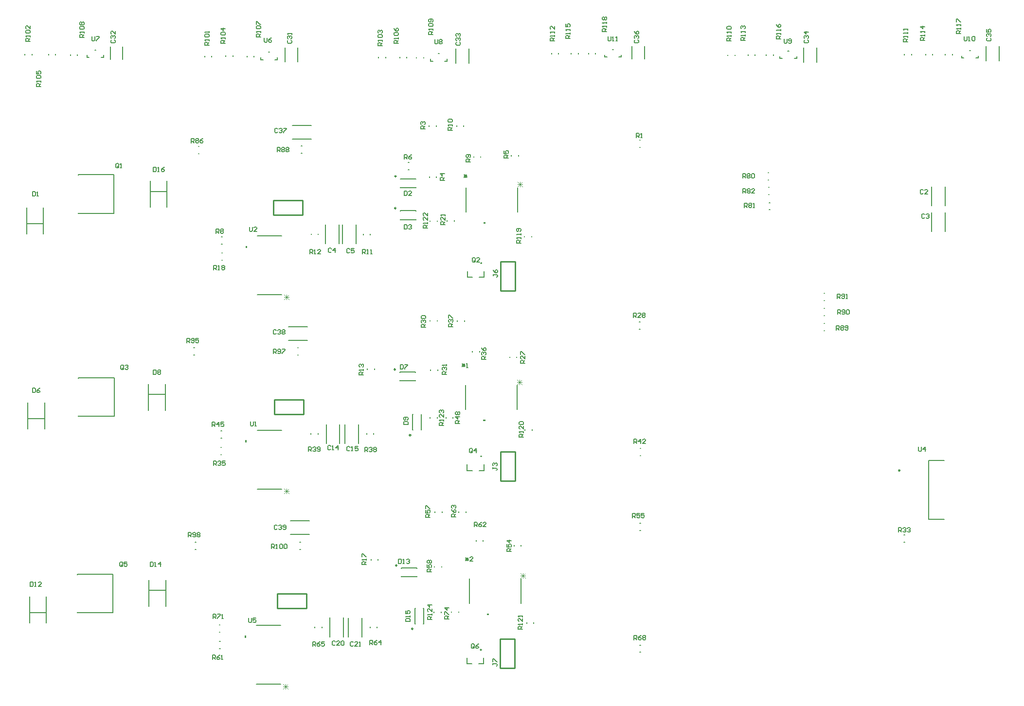
<source format=gto>
G04*
G04 #@! TF.GenerationSoftware,Altium Limited,Altium Designer,21.6.4 (81)*
G04*
G04 Layer_Color=65535*
%FSLAX43Y43*%
%MOMM*%
G71*
G04*
G04 #@! TF.SameCoordinates,346ECB39-7FB1-4B03-902B-A5351CF8790B*
G04*
G04*
G04 #@! TF.FilePolarity,Positive*
G04*
G01*
G75*
%ADD10C,0.200*%
%ADD11C,0.250*%
%ADD12C,0.254*%
%ADD13C,0.152*%
%ADD14C,0.076*%
%ADD15C,0.127*%
G36*
X107906Y68085D02*
X107652D01*
Y68466D01*
X107906D01*
Y68085D01*
D02*
G37*
G36*
X108052Y102095D02*
X107798D01*
Y102476D01*
X108052D01*
Y102095D01*
D02*
G37*
G36*
X150178Y72323D02*
Y72069D01*
X149796D01*
Y72323D01*
X150178D01*
D02*
G37*
G36*
X108102Y135928D02*
X107848D01*
Y136309D01*
X108102D01*
Y135928D01*
D02*
G37*
G36*
X149542Y106053D02*
Y105799D01*
X149161D01*
Y106053D01*
X149542D01*
D02*
G37*
G36*
X149619Y140445D02*
Y140191D01*
X149238D01*
Y140445D01*
X149619D01*
D02*
G37*
D10*
X148878Y65986D02*
G03*
X148678Y65986I-100J0D01*
G01*
D02*
G03*
X148878Y65986I100J0D01*
G01*
X148903Y99666D02*
G03*
X148703Y99666I-100J0D01*
G01*
D02*
G03*
X148903Y99666I100J0D01*
G01*
X148954Y133296D02*
G03*
X148754Y133296I-100J0D01*
G01*
D02*
G03*
X148954Y133296I100J0D01*
G01*
X171670Y170490D02*
X171870D01*
X172820Y169190D02*
X173219D01*
X170320Y169191D02*
X170720D01*
X173220Y169191D02*
Y169591D01*
X170319Y169191D02*
Y169591D01*
X233783Y170322D02*
X233983D01*
X234933Y169022D02*
X235333D01*
X232433Y169022D02*
X232833D01*
X235333Y169023D02*
Y169423D01*
X232432Y169023D02*
Y169423D01*
X202183Y170236D02*
X202383D01*
X203333Y168936D02*
X203733D01*
X200833Y168937D02*
X201233D01*
X203733Y168937D02*
Y169337D01*
X200832Y168937D02*
Y169337D01*
X141353Y169789D02*
X141553D01*
X142502Y168488D02*
X142902D01*
X140002Y168489D02*
X140402D01*
X142902Y168489D02*
Y168889D01*
X140002Y168489D02*
Y168889D01*
X81561Y170449D02*
X81761D01*
X82711Y169149D02*
X83110D01*
X80211Y169149D02*
X80611D01*
X83111Y169150D02*
Y169550D01*
X80210Y169150D02*
Y169550D01*
X111802Y170059D02*
X112002D01*
X112952Y168758D02*
X113352D01*
X110452Y168759D02*
X110852D01*
X113352Y168759D02*
Y169159D01*
X110451Y168759D02*
Y169159D01*
X140599Y72495D02*
Y72640D01*
X141849Y72495D02*
Y72640D01*
X139913Y106328D02*
Y106473D01*
X141163Y106328D02*
Y106473D01*
X139939Y140593D02*
Y140738D01*
X141189Y140593D02*
Y140738D01*
X156753Y70625D02*
Y70770D01*
X158003Y70625D02*
Y70770D01*
X156474Y104220D02*
Y104365D01*
X157724Y104220D02*
Y104365D01*
X156347Y137875D02*
Y138020D01*
X157597Y137875D02*
Y138020D01*
X167498Y169726D02*
Y169872D01*
X168748Y169726D02*
Y169872D01*
X229601Y169599D02*
Y169745D01*
X230851Y169599D02*
Y169745D01*
X198468Y169498D02*
Y169643D01*
X199718Y169498D02*
Y169643D01*
X164500Y169726D02*
Y169872D01*
X165750Y169726D02*
Y169872D01*
X226172Y169574D02*
Y169719D01*
X227422Y169574D02*
Y169719D01*
X195268Y169472D02*
Y169618D01*
X196518Y169472D02*
Y169618D01*
X162321Y169726D02*
Y169872D01*
X161071Y169726D02*
Y169872D01*
X223739Y169560D02*
Y169705D01*
X222489Y169560D02*
Y169705D01*
X193030Y169447D02*
Y169592D01*
X191780Y169447D02*
Y169592D01*
X137576Y169041D02*
Y169186D01*
X138826Y169041D02*
Y169186D01*
X77328Y169523D02*
Y169668D01*
X78578Y169523D02*
Y169668D01*
X108062Y169269D02*
Y169414D01*
X109312Y169269D02*
Y169414D01*
X134655Y169091D02*
Y169237D01*
X135905Y169091D02*
Y169237D01*
X73518Y169574D02*
Y169719D01*
X74768Y169574D02*
Y169719D01*
X104353Y169345D02*
Y169491D01*
X105603Y169345D02*
Y169491D01*
X132222Y169066D02*
Y169211D01*
X130972Y169066D02*
Y169211D01*
X70678Y169574D02*
Y169719D01*
X69428Y169574D02*
Y169719D01*
X101946Y169218D02*
Y169364D01*
X100696Y169218D02*
Y169364D01*
X117250Y83474D02*
X117395D01*
X117250Y84724D02*
X117395D01*
X99064D02*
X99209D01*
X99064Y83474D02*
X99209D01*
X116869Y117358D02*
X117014D01*
X116869Y118608D02*
X117014D01*
X98819Y118557D02*
X98964D01*
X98819Y117307D02*
X98964D01*
X208487Y126832D02*
X208632D01*
X208487Y128082D02*
X208632D01*
X208487Y124165D02*
X208632D01*
X208487Y125415D02*
X208632D01*
X208487Y121549D02*
X208632D01*
X208487Y122799D02*
X208632D01*
X117479Y152461D02*
X117624D01*
X117479Y153711D02*
X117624D01*
X99606Y153635D02*
X99752D01*
X99606Y152385D02*
X99752D01*
X198835Y146497D02*
X198980D01*
X198835Y145247D02*
X198980D01*
X198936Y143856D02*
X199082D01*
X198936Y142606D02*
X199082D01*
X198733Y149088D02*
X198878D01*
X198733Y147838D02*
X198878D01*
X144922Y72521D02*
Y72666D01*
X143672Y72521D02*
Y72666D01*
X103245Y69047D02*
X103390D01*
X103245Y70297D02*
X103390D01*
X176432Y66817D02*
X176577D01*
X176432Y65567D02*
X176577D01*
X121148Y69838D02*
Y69983D01*
X119898Y69838D02*
Y69983D01*
X130724Y69854D02*
Y69999D01*
X129474Y69854D02*
Y69999D01*
X146192Y89920D02*
Y90065D01*
X144942Y89920D02*
Y90065D01*
X149190Y84916D02*
Y85061D01*
X147940Y84916D02*
Y85061D01*
X103271Y66228D02*
X103416D01*
X103271Y67478D02*
X103416D01*
X141951Y80395D02*
Y80540D01*
X140701Y80395D02*
Y80540D01*
X142027Y89920D02*
Y90065D01*
X140777Y89920D02*
Y90065D01*
X176441Y88001D02*
X176587D01*
X176441Y86751D02*
X176587D01*
X155794Y84052D02*
Y84197D01*
X154544Y84052D02*
Y84197D01*
X143932Y106328D02*
Y106473D01*
X142682Y106328D02*
Y106473D01*
X103525Y102880D02*
X103670D01*
X103525Y104130D02*
X103670D01*
X176467Y101057D02*
X176612D01*
X176467Y99807D02*
X176612D01*
X120462Y103559D02*
Y103705D01*
X119212Y103559D02*
Y103705D01*
X130140Y103534D02*
Y103679D01*
X128890Y103534D02*
Y103679D01*
X145913Y123210D02*
Y123355D01*
X144663Y123210D02*
Y123355D01*
X148555Y117825D02*
Y117970D01*
X147305Y117825D02*
Y117970D01*
X103483Y99959D02*
X103628D01*
X103483Y101209D02*
X103628D01*
X222406Y85994D02*
X222551D01*
X222406Y84744D02*
X222551D01*
X141265Y114634D02*
Y114779D01*
X140015Y114634D02*
Y114779D01*
X141163Y123219D02*
Y123364D01*
X139913Y123219D02*
Y123364D01*
X176330Y123053D02*
X176476D01*
X176330Y121803D02*
X176476D01*
X155032Y116869D02*
Y117014D01*
X153782Y116869D02*
Y117014D01*
X144160Y140618D02*
Y140763D01*
X142910Y140618D02*
Y140763D01*
X103636Y136662D02*
X103781D01*
X103636Y137912D02*
X103781D01*
X130902Y81588D02*
Y81734D01*
X129652Y81588D02*
Y81734D01*
X130241Y114786D02*
Y114931D01*
X128991Y114786D02*
Y114931D01*
X120488Y138297D02*
Y138442D01*
X119238Y138297D02*
Y138442D01*
X129555Y138256D02*
Y138401D01*
X128305Y138256D02*
Y138401D01*
X145811Y157128D02*
Y157273D01*
X144561Y157128D02*
Y157273D01*
X148758Y151769D02*
Y151914D01*
X147508Y151769D02*
Y151914D01*
X103661Y133843D02*
X103806D01*
X103661Y135093D02*
X103806D01*
X136148Y149565D02*
X136293D01*
X136148Y150815D02*
X136293D01*
X155311Y151972D02*
Y152117D01*
X154061Y151972D02*
Y152117D01*
X141062Y148238D02*
Y148383D01*
X139812Y148238D02*
Y148383D01*
X141011Y157128D02*
Y157273D01*
X139761Y157128D02*
Y157273D01*
X176381Y154752D02*
X176526D01*
X176381Y153502D02*
X176526D01*
X148428Y63536D02*
X149278D01*
Y64586D01*
X146378Y63536D02*
X147228D01*
X146378D02*
Y64586D01*
X148453Y97216D02*
X149303D01*
Y98266D01*
X146403Y97216D02*
X147253D01*
X146403D02*
Y98266D01*
X148504Y130846D02*
X149354D01*
Y131896D01*
X146454Y130846D02*
X147304D01*
X146454D02*
Y131896D01*
X137274Y73232D02*
X137352D01*
X137274Y70532D02*
Y73232D01*
Y70532D02*
X137352D01*
X138747Y73232D02*
X138824D01*
Y70532D02*
Y73232D01*
X138747Y70532D02*
X138824D01*
X137647Y80174D02*
Y80252D01*
X134947D02*
X137647D01*
X134947Y80174D02*
Y80252D01*
X137647Y78702D02*
Y78779D01*
X134947Y78702D02*
X137647D01*
X134947D02*
Y78779D01*
X136893Y106963D02*
X136971D01*
X136893Y104263D02*
Y106963D01*
Y104263D02*
X136971D01*
X138365Y106963D02*
X138443D01*
Y104263D02*
Y106963D01*
X138365Y104263D02*
X138443D01*
X137367Y114286D02*
Y114364D01*
X134667D02*
X137367D01*
X134667Y114286D02*
Y114364D01*
X137367Y112814D02*
Y112891D01*
X134667Y112814D02*
X137367D01*
X134667D02*
Y112891D01*
X137469Y142379D02*
Y142456D01*
X134769D02*
X137469D01*
X134769Y142379D02*
Y142456D01*
X137469Y140906D02*
Y140984D01*
X134769Y140906D02*
X137469D01*
X134769D02*
Y140984D01*
X137494Y147941D02*
Y148019D01*
X134794D02*
X137494D01*
X134794Y147941D02*
Y148019D01*
X137494Y146469D02*
Y146546D01*
X134794Y146469D02*
X137494D01*
X134794D02*
Y146546D01*
X115607Y86122D02*
X118913D01*
X115607Y88478D02*
X118913D01*
X115302Y119853D02*
X118608D01*
X115302Y122209D02*
X118608D01*
X115935Y154930D02*
X119241D01*
X115935Y157286D02*
X119241D01*
X177249Y168851D02*
Y171051D01*
X175099Y168851D02*
Y171051D01*
X236721Y168571D02*
Y171077D01*
X238971Y168571D02*
Y171077D01*
X204979Y168317D02*
Y170824D01*
X207229Y168317D02*
Y170824D01*
X144442Y168125D02*
Y170631D01*
X146692Y168125D02*
Y170631D01*
X86444Y168801D02*
Y171001D01*
X84294Y168801D02*
Y171001D01*
X114674Y168368D02*
Y170874D01*
X116924Y168368D02*
Y170874D01*
X125746Y68222D02*
Y71529D01*
X128102Y68222D02*
Y71529D01*
X124851Y68261D02*
Y71568D01*
X122494Y68261D02*
Y71568D01*
X125136Y101903D02*
Y105209D01*
X127492Y101903D02*
Y105209D01*
X124216Y101928D02*
Y105234D01*
X121859Y101928D02*
Y105234D01*
X124730Y136701D02*
Y140007D01*
X127086Y136701D02*
Y140007D01*
X124063Y136701D02*
Y140007D01*
X121707Y136701D02*
Y140007D01*
X227244Y138834D02*
Y142141D01*
X229600Y138834D02*
Y142141D01*
Y143344D02*
Y146650D01*
X227244Y143344D02*
Y146650D01*
X226734Y88684D02*
X229430D01*
X226734D02*
Y98920D01*
X229430D01*
X93916Y73534D02*
Y78104D01*
X90996Y73534D02*
Y78104D01*
X91076Y76319D02*
X93836D01*
X93865Y107672D02*
Y112242D01*
X90945Y107672D02*
Y112242D01*
X91025Y110457D02*
X93785D01*
X94145Y143028D02*
Y147598D01*
X91225Y143028D02*
Y147598D01*
X91305Y145813D02*
X94065D01*
X78738Y106642D02*
X84958D01*
Y113372D01*
X78738D02*
X84958D01*
X78738Y113282D02*
Y113372D01*
Y106642D02*
Y106732D01*
X78509Y72454D02*
X84729D01*
Y79184D01*
X78509D02*
X84729D01*
X78509Y79094D02*
Y79184D01*
Y72454D02*
Y72544D01*
X70219Y70638D02*
Y75208D01*
X73139Y70638D02*
Y75208D01*
X70299Y72423D02*
X73059D01*
X69914Y104446D02*
Y109016D01*
X72834Y104446D02*
Y109016D01*
X69994Y106231D02*
X72754D01*
X69816Y140191D02*
X72576D01*
X72656Y138406D02*
Y142976D01*
X69736Y138406D02*
Y142976D01*
X78717Y141974D02*
X84937D01*
Y148704D01*
X78717D02*
X84937D01*
X78717Y148614D02*
Y148704D01*
Y141974D02*
Y142064D01*
D11*
X136968Y69646D02*
G03*
X136968Y69646I-125J0D01*
G01*
X134186Y80683D02*
G03*
X134186Y80683I-125J0D01*
G01*
X136587Y103377D02*
G03*
X136587Y103377I-125J0D01*
G01*
X133906Y114795D02*
G03*
X133906Y114795I-125J0D01*
G01*
X134007Y142887D02*
G03*
X134007Y142887I-125J0D01*
G01*
X134033Y148450D02*
G03*
X134033Y148450I-125J0D01*
G01*
X221700Y97206D02*
G03*
X221700Y97206I-125J0D01*
G01*
D12*
X113360Y73177D02*
Y75717D01*
X118440D01*
Y73177D02*
Y75717D01*
X113360Y73177D02*
X118440D01*
X112841Y106985D02*
Y109525D01*
X117921D01*
Y106985D02*
Y109525D01*
X112841Y106985D02*
X117921D01*
X112649Y141732D02*
Y144272D01*
X117729D01*
Y141732D02*
Y144272D01*
X112649Y141732D02*
X117729D01*
X152121Y67894D02*
X154661D01*
X152121Y64338D02*
Y66370D01*
Y62814D02*
X154661D01*
Y67894D01*
X152121Y66370D02*
Y67894D01*
Y62814D02*
Y64338D01*
X152197Y133564D02*
X154737D01*
X152197Y130008D02*
Y132040D01*
Y128484D02*
X154737D01*
Y133564D01*
X152197Y132040D02*
Y133564D01*
Y128484D02*
Y130008D01*
Y100468D02*
X154737D01*
X152197Y96912D02*
Y98944D01*
Y95388D02*
X154737D01*
Y100468D01*
X152197Y98944D02*
Y100468D01*
Y95388D02*
Y96912D01*
D13*
X155753Y74105D02*
Y78347D01*
X146761Y74105D02*
Y78347D01*
X155118Y107835D02*
Y112077D01*
X146126Y107835D02*
Y112077D01*
X155194Y142227D02*
Y146469D01*
X146202Y142227D02*
Y146469D01*
X109842Y93980D02*
X114084D01*
X109842Y104242D02*
X114084D01*
X109696Y59969D02*
X113938D01*
X109696Y70231D02*
X113938D01*
X109893Y127813D02*
X114135D01*
X109893Y138074D02*
X114135D01*
D14*
X156556Y79312D02*
X155710Y78465D01*
Y79312D02*
X156556Y78465D01*
X156133Y79312D02*
Y78465D01*
X155710Y78888D02*
X156556D01*
X155921Y113041D02*
X155075Y112195D01*
Y113041D02*
X155921Y112195D01*
X155498Y113041D02*
Y112195D01*
X155075Y112618D02*
X155921D01*
X155997Y147434D02*
X155151Y146587D01*
Y147434D02*
X155997Y146587D01*
X155574Y147434D02*
Y146587D01*
X155151Y147010D02*
X155997D01*
X115360Y93176D02*
X114514Y94022D01*
X115360D02*
X114514Y93176D01*
X115360Y93599D02*
X114514D01*
X114937Y94022D02*
Y93176D01*
X115214Y59165D02*
X114368Y60012D01*
X115214D02*
X114368Y59165D01*
X115214Y59589D02*
X114368D01*
X114791Y60012D02*
Y59165D01*
X115411Y127009D02*
X114565Y127855D01*
X115411D02*
X114565Y127009D01*
X115411Y127432D02*
X114565D01*
X114988Y127855D02*
Y127009D01*
D15*
X81052Y172745D02*
Y172110D01*
X81179Y171984D01*
X81432D01*
X81559Y172110D01*
Y172745D01*
X81813D02*
X82321D01*
Y172618D01*
X81813Y172110D01*
Y171984D01*
X150876Y63678D02*
Y63424D01*
Y63551D01*
X151511D01*
X151638Y63424D01*
Y63297D01*
X151511Y63170D01*
X150876Y63932D02*
Y64440D01*
X151003D01*
X151511Y63932D01*
X151638D01*
X128854Y80810D02*
X128092D01*
Y81191D01*
X128219Y81318D01*
X128473D01*
X128600Y81191D01*
Y80810D01*
Y81064D02*
X128854Y81318D01*
Y81572D02*
Y81826D01*
Y81699D01*
X128092D01*
X128219Y81572D01*
X128092Y82207D02*
Y82715D01*
X128219D01*
X128727Y82207D01*
X128854D01*
X135458Y151435D02*
Y152197D01*
X135839D01*
X135966Y152070D01*
Y151816D01*
X135839Y151689D01*
X135458D01*
X135712D02*
X135966Y151435D01*
X136728Y152197D02*
X136474Y152070D01*
X136220Y151816D01*
Y151562D01*
X136347Y151435D01*
X136601D01*
X136728Y151562D01*
Y151689D01*
X136601Y151816D01*
X136220D01*
X140259Y71235D02*
X139497D01*
Y71616D01*
X139624Y71743D01*
X139878D01*
X140005Y71616D01*
Y71235D01*
Y71489D02*
X140259Y71743D01*
Y71996D02*
Y72250D01*
Y72123D01*
X139497D01*
X139624Y71996D01*
X140259Y73139D02*
Y72631D01*
X139751Y73139D01*
X139624D01*
X139497Y73012D01*
Y72758D01*
X139624Y72631D01*
X140259Y73774D02*
X139497D01*
X139878Y73393D01*
Y73901D01*
X142316Y105068D02*
X141554D01*
Y105448D01*
X141681Y105575D01*
X141935D01*
X142062Y105448D01*
Y105068D01*
Y105321D02*
X142316Y105575D01*
Y105829D02*
Y106083D01*
Y105956D01*
X141554D01*
X141681Y105829D01*
X142316Y106972D02*
Y106464D01*
X141808Y106972D01*
X141681D01*
X141554Y106845D01*
Y106591D01*
X141681Y106464D01*
Y107226D02*
X141554Y107353D01*
Y107607D01*
X141681Y107734D01*
X141808D01*
X141935Y107607D01*
Y107480D01*
Y107607D01*
X142062Y107734D01*
X142189D01*
X142316Y107607D01*
Y107353D01*
X142189Y107226D01*
X139471Y139408D02*
X138710D01*
Y139789D01*
X138836Y139916D01*
X139090D01*
X139217Y139789D01*
Y139408D01*
Y139662D02*
X139471Y139916D01*
Y140170D02*
Y140424D01*
Y140297D01*
X138710D01*
X138836Y140170D01*
X139471Y141313D02*
Y140805D01*
X138963Y141313D01*
X138836D01*
X138710Y141186D01*
Y140932D01*
X138836Y140805D01*
X139471Y142074D02*
Y141567D01*
X138963Y142074D01*
X138836D01*
X138710Y141948D01*
Y141694D01*
X138836Y141567D01*
X156032Y69558D02*
X155270D01*
Y69939D01*
X155397Y70066D01*
X155651D01*
X155778Y69939D01*
Y69558D01*
Y69812D02*
X156032Y70066D01*
Y70320D02*
Y70574D01*
Y70447D01*
X155270D01*
X155397Y70320D01*
X156032Y71463D02*
Y70955D01*
X155524Y71463D01*
X155397D01*
X155270Y71336D01*
Y71082D01*
X155397Y70955D01*
X156032Y71717D02*
Y71971D01*
Y71844D01*
X155270D01*
X155397Y71717D01*
X156210Y103036D02*
X155448D01*
Y103416D01*
X155575Y103543D01*
X155829D01*
X155956Y103416D01*
Y103036D01*
Y103289D02*
X156210Y103543D01*
Y103797D02*
Y104051D01*
Y103924D01*
X155448D01*
X155575Y103797D01*
X156210Y104940D02*
Y104432D01*
X155702Y104940D01*
X155575D01*
X155448Y104813D01*
Y104559D01*
X155575Y104432D01*
Y105194D02*
X155448Y105321D01*
Y105575D01*
X155575Y105702D01*
X156083D01*
X156210Y105575D01*
Y105321D01*
X156083Y105194D01*
X155575D01*
X155727Y136830D02*
X154966D01*
Y137211D01*
X155092Y137338D01*
X155346D01*
X155473Y137211D01*
Y136830D01*
Y137084D02*
X155727Y137338D01*
Y137592D02*
Y137846D01*
Y137719D01*
X154966D01*
X155092Y137592D01*
X155727Y138227D02*
Y138481D01*
Y138354D01*
X154966D01*
X155092Y138227D01*
X155600Y138862D02*
X155727Y138989D01*
Y139242D01*
X155600Y139369D01*
X155092D01*
X154966Y139242D01*
Y138989D01*
X155092Y138862D01*
X155219D01*
X155346Y138989D01*
Y139369D01*
X146126Y82042D02*
X146634Y81534D01*
X146126D02*
X146634Y82042D01*
X146126Y81788D02*
X146634D01*
X146380Y81534D02*
Y82042D01*
X147396Y81407D02*
X146888D01*
X147396Y81915D01*
Y82042D01*
X147269Y82169D01*
X147015D01*
X146888Y82042D01*
X145491Y115773D02*
X145999Y115265D01*
X145491D02*
X145999Y115773D01*
X145491Y115519D02*
X145999D01*
X145745Y115265D02*
Y115773D01*
X146253Y115138D02*
X146507D01*
X146380D01*
Y115900D01*
X146253Y115773D01*
X113335Y87579D02*
X113208Y87706D01*
X112954D01*
X112827Y87579D01*
Y87071D01*
X112954Y86944D01*
X113208D01*
X113335Y87071D01*
X113589Y87579D02*
X113716Y87706D01*
X113970D01*
X114097Y87579D01*
Y87452D01*
X113970Y87325D01*
X113843D01*
X113970D01*
X114097Y87198D01*
Y87071D01*
X113970Y86944D01*
X113716D01*
X113589Y87071D01*
X114351D02*
X114478Y86944D01*
X114732D01*
X114858Y87071D01*
Y87579D01*
X114732Y87706D01*
X114478D01*
X114351Y87579D01*
Y87452D01*
X114478Y87325D01*
X114858D01*
X113157Y121564D02*
X113030Y121691D01*
X112776D01*
X112649Y121564D01*
Y121056D01*
X112776Y120930D01*
X113030D01*
X113157Y121056D01*
X113411Y121564D02*
X113538Y121691D01*
X113792D01*
X113919Y121564D01*
Y121437D01*
X113792Y121310D01*
X113665D01*
X113792D01*
X113919Y121183D01*
Y121056D01*
X113792Y120930D01*
X113538D01*
X113411Y121056D01*
X114173Y121564D02*
X114300Y121691D01*
X114554D01*
X114681Y121564D01*
Y121437D01*
X114554Y121310D01*
X114681Y121183D01*
Y121056D01*
X114554Y120930D01*
X114300D01*
X114173Y121056D01*
Y121183D01*
X114300Y121310D01*
X114173Y121437D01*
Y121564D01*
X114300Y121310D02*
X114554D01*
X113411Y156667D02*
X113284Y156794D01*
X113030D01*
X112903Y156667D01*
Y156159D01*
X113030Y156032D01*
X113284D01*
X113411Y156159D01*
X113665Y156667D02*
X113792Y156794D01*
X114046D01*
X114173Y156667D01*
Y156540D01*
X114046Y156413D01*
X113919D01*
X114046D01*
X114173Y156286D01*
Y156159D01*
X114046Y156032D01*
X113792D01*
X113665Y156159D01*
X114427Y156794D02*
X114935D01*
Y156667D01*
X114427Y156159D01*
Y156032D01*
X135687Y70930D02*
X136449D01*
Y71311D01*
X136322Y71438D01*
X135814D01*
X135687Y71311D01*
Y70930D01*
X136449Y71692D02*
Y71945D01*
Y71819D01*
X135687D01*
X135814Y71692D01*
X135687Y72834D02*
Y72326D01*
X136068D01*
X135941Y72580D01*
Y72707D01*
X136068Y72834D01*
X136322D01*
X136449Y72707D01*
Y72453D01*
X136322Y72326D01*
X135357Y105258D02*
X136118D01*
Y105639D01*
X135992Y105766D01*
X135484D01*
X135357Y105639D01*
Y105258D01*
X135992Y106020D02*
X136118Y106147D01*
Y106400D01*
X135992Y106527D01*
X135484D01*
X135357Y106400D01*
Y106147D01*
X135484Y106020D01*
X135611D01*
X135738Y106147D01*
Y106527D01*
X134747Y115671D02*
Y114910D01*
X135128D01*
X135255Y115037D01*
Y115545D01*
X135128Y115671D01*
X134747D01*
X135509D02*
X136017D01*
Y115545D01*
X135509Y115037D01*
Y114910D01*
X134455Y81788D02*
Y81026D01*
X134836D01*
X134963Y81153D01*
Y81661D01*
X134836Y81788D01*
X134455D01*
X135217Y81026D02*
X135471D01*
X135344D01*
Y81788D01*
X135217Y81661D01*
X135852D02*
X135979Y81788D01*
X136233D01*
X136360Y81661D01*
Y81534D01*
X136233Y81407D01*
X136106D01*
X136233D01*
X136360Y81280D01*
Y81153D01*
X136233Y81026D01*
X135979D01*
X135852Y81153D01*
X143256Y71374D02*
X142494D01*
Y71755D01*
X142621Y71882D01*
X142875D01*
X143002Y71755D01*
Y71374D01*
Y71628D02*
X143256Y71882D01*
X142494Y72136D02*
Y72644D01*
X142621D01*
X143129Y72136D01*
X143256D01*
Y73279D02*
X142494D01*
X142875Y72898D01*
Y73406D01*
X175438Y67717D02*
Y68478D01*
X175819D01*
X175946Y68351D01*
Y68097D01*
X175819Y67970D01*
X175438D01*
X175692D02*
X175946Y67717D01*
X176708Y68478D02*
X176454Y68351D01*
X176200Y68097D01*
Y67843D01*
X176327Y67717D01*
X176581D01*
X176708Y67843D01*
Y67970D01*
X176581Y68097D01*
X176200D01*
X176962Y68351D02*
X177089Y68478D01*
X177343D01*
X177469Y68351D01*
Y68224D01*
X177343Y68097D01*
X177469Y67970D01*
Y67843D01*
X177343Y67717D01*
X177089D01*
X176962Y67843D01*
Y67970D01*
X177089Y68097D01*
X176962Y68224D01*
Y68351D01*
X177089Y68097D02*
X177343D01*
X144450Y89129D02*
X143688D01*
Y89510D01*
X143815Y89637D01*
X144069D01*
X144196Y89510D01*
Y89129D01*
Y89383D02*
X144450Y89637D01*
X143688Y90399D02*
X143815Y90145D01*
X144069Y89891D01*
X144323D01*
X144450Y90018D01*
Y90272D01*
X144323Y90399D01*
X144196D01*
X144069Y90272D01*
Y89891D01*
X143815Y90652D02*
X143688Y90779D01*
Y91033D01*
X143815Y91160D01*
X143942D01*
X144069Y91033D01*
Y90906D01*
Y91033D01*
X144196Y91160D01*
X144323D01*
X144450Y91033D01*
Y90779D01*
X144323Y90652D01*
X175870Y155169D02*
Y155930D01*
X176251D01*
X176378Y155804D01*
Y155550D01*
X176251Y155423D01*
X175870D01*
X176124D02*
X176378Y155169D01*
X176632D02*
X176885D01*
X176758D01*
Y155930D01*
X176632Y155804D01*
X147599Y66370D02*
Y66878D01*
X147472Y67005D01*
X147219D01*
X147092Y66878D01*
Y66370D01*
X147219Y66243D01*
X147472D01*
X147346Y66497D02*
X147599Y66243D01*
X147472D02*
X147599Y66370D01*
X148361Y67005D02*
X148107Y66878D01*
X147853Y66624D01*
Y66370D01*
X147980Y66243D01*
X148234D01*
X148361Y66370D01*
Y66497D01*
X148234Y66624D01*
X147853D01*
X210820Y127178D02*
Y127940D01*
X211201D01*
X211328Y127813D01*
Y127559D01*
X211201Y127432D01*
X210820D01*
X211074D02*
X211328Y127178D01*
X211582Y127305D02*
X211709Y127178D01*
X211963D01*
X212090Y127305D01*
Y127813D01*
X211963Y127940D01*
X211709D01*
X211582Y127813D01*
Y127686D01*
X211709Y127559D01*
X212090D01*
X212344Y127178D02*
X212598D01*
X212471D01*
Y127940D01*
X212344Y127813D01*
X210871Y124435D02*
Y125196D01*
X211252D01*
X211379Y125070D01*
Y124816D01*
X211252Y124689D01*
X210871D01*
X211125D02*
X211379Y124435D01*
X211633Y124562D02*
X211760Y124435D01*
X212014D01*
X212141Y124562D01*
Y125070D01*
X212014Y125196D01*
X211760D01*
X211633Y125070D01*
Y124943D01*
X211760Y124816D01*
X212141D01*
X212395Y125070D02*
X212522Y125196D01*
X212776D01*
X212902Y125070D01*
Y124562D01*
X212776Y124435D01*
X212522D01*
X212395Y124562D01*
Y125070D01*
X210668Y121666D02*
Y122428D01*
X211049D01*
X211176Y122301D01*
Y122047D01*
X211049Y121920D01*
X210668D01*
X210922D02*
X211176Y121666D01*
X211430Y122301D02*
X211557Y122428D01*
X211811D01*
X211938Y122301D01*
Y122174D01*
X211811Y122047D01*
X211938Y121920D01*
Y121793D01*
X211811Y121666D01*
X211557D01*
X211430Y121793D01*
Y121920D01*
X211557Y122047D01*
X211430Y122174D01*
Y122301D01*
X211557Y122047D02*
X211811D01*
X212191Y121793D02*
X212318Y121666D01*
X212572D01*
X212699Y121793D01*
Y122301D01*
X212572Y122428D01*
X212318D01*
X212191Y122301D01*
Y122174D01*
X212318Y122047D01*
X212699D01*
X194412Y145491D02*
Y146253D01*
X194793D01*
X194920Y146126D01*
Y145872D01*
X194793Y145745D01*
X194412D01*
X194666D02*
X194920Y145491D01*
X195174Y146126D02*
X195301Y146253D01*
X195555D01*
X195682Y146126D01*
Y145999D01*
X195555Y145872D01*
X195682Y145745D01*
Y145618D01*
X195555Y145491D01*
X195301D01*
X195174Y145618D01*
Y145745D01*
X195301Y145872D01*
X195174Y145999D01*
Y146126D01*
X195301Y145872D02*
X195555D01*
X196443Y145491D02*
X195935D01*
X196443Y145999D01*
Y146126D01*
X196316Y146253D01*
X196062D01*
X195935Y146126D01*
X194666Y143002D02*
Y143764D01*
X195047D01*
X195174Y143637D01*
Y143383D01*
X195047Y143256D01*
X194666D01*
X194920D02*
X195174Y143002D01*
X195428Y143637D02*
X195555Y143764D01*
X195809D01*
X195935Y143637D01*
Y143510D01*
X195809Y143383D01*
X195935Y143256D01*
Y143129D01*
X195809Y143002D01*
X195555D01*
X195428Y143129D01*
Y143256D01*
X195555Y143383D01*
X195428Y143510D01*
Y143637D01*
X195555Y143383D02*
X195809D01*
X196189Y143002D02*
X196443D01*
X196316D01*
Y143764D01*
X196189Y143637D01*
X194361Y148108D02*
Y148869D01*
X194742D01*
X194869Y148742D01*
Y148488D01*
X194742Y148361D01*
X194361D01*
X194615D02*
X194869Y148108D01*
X195123Y148742D02*
X195250Y148869D01*
X195504D01*
X195631Y148742D01*
Y148615D01*
X195504Y148488D01*
X195631Y148361D01*
Y148234D01*
X195504Y148108D01*
X195250D01*
X195123Y148234D01*
Y148361D01*
X195250Y148488D01*
X195123Y148615D01*
Y148742D01*
X195250Y148488D02*
X195504D01*
X195885Y148742D02*
X196012Y148869D01*
X196266D01*
X196392Y148742D01*
Y148234D01*
X196266Y148108D01*
X196012D01*
X195885Y148234D01*
Y148742D01*
X147676Y87427D02*
Y88189D01*
X148057D01*
X148184Y88062D01*
Y87808D01*
X148057Y87681D01*
X147676D01*
X147930D02*
X148184Y87427D01*
X148946Y88189D02*
X148692Y88062D01*
X148438Y87808D01*
Y87554D01*
X148565Y87427D01*
X148819D01*
X148946Y87554D01*
Y87681D01*
X148819Y87808D01*
X148438D01*
X149707Y87427D02*
X149199D01*
X149707Y87935D01*
Y88062D01*
X149580Y88189D01*
X149326D01*
X149199Y88062D01*
X140208Y79528D02*
X139446D01*
Y79909D01*
X139573Y80036D01*
X139827D01*
X139954Y79909D01*
Y79528D01*
Y79782D02*
X140208Y80036D01*
X139446Y80797D02*
Y80289D01*
X139827D01*
X139700Y80543D01*
Y80670D01*
X139827Y80797D01*
X140081D01*
X140208Y80670D01*
Y80416D01*
X140081Y80289D01*
X139573Y81051D02*
X139446Y81178D01*
Y81432D01*
X139573Y81559D01*
X139700D01*
X139827Y81432D01*
X139954Y81559D01*
X140081D01*
X140208Y81432D01*
Y81178D01*
X140081Y81051D01*
X139954D01*
X139827Y81178D01*
X139700Y81051D01*
X139573D01*
X139827Y81178D02*
Y81432D01*
X139954Y89078D02*
X139192D01*
Y89459D01*
X139319Y89586D01*
X139573D01*
X139700Y89459D01*
Y89078D01*
Y89332D02*
X139954Y89586D01*
X139192Y90348D02*
Y89840D01*
X139573D01*
X139446Y90094D01*
Y90221D01*
X139573Y90348D01*
X139827D01*
X139954Y90221D01*
Y89967D01*
X139827Y89840D01*
X139192Y90602D02*
Y91109D01*
X139319D01*
X139827Y90602D01*
X139954D01*
X175184Y88976D02*
Y89738D01*
X175565D01*
X175692Y89611D01*
Y89357D01*
X175565Y89230D01*
X175184D01*
X175438D02*
X175692Y88976D01*
X176454Y89738D02*
X175946D01*
Y89357D01*
X176200Y89484D01*
X176327D01*
X176454Y89357D01*
Y89103D01*
X176327Y88976D01*
X176073D01*
X175946Y89103D01*
X177215Y89738D02*
X176708D01*
Y89357D01*
X176962Y89484D01*
X177089D01*
X177215Y89357D01*
Y89103D01*
X177089Y88976D01*
X176835D01*
X176708Y89103D01*
X154102Y83084D02*
X153340D01*
Y83465D01*
X153467Y83592D01*
X153721D01*
X153848Y83465D01*
Y83084D01*
Y83338D02*
X154102Y83592D01*
X153340Y84353D02*
Y83845D01*
X153721D01*
X153594Y84099D01*
Y84226D01*
X153721Y84353D01*
X153975D01*
X154102Y84226D01*
Y83972D01*
X153975Y83845D01*
X154102Y84988D02*
X153340D01*
X153721Y84607D01*
Y85115D01*
X145135Y105410D02*
X144374D01*
Y105791D01*
X144501Y105918D01*
X144755D01*
X144882Y105791D01*
Y105410D01*
Y105664D02*
X145135Y105918D01*
Y106553D02*
X144374D01*
X144755Y106172D01*
Y106680D01*
X144501Y106934D02*
X144374Y107061D01*
Y107315D01*
X144501Y107442D01*
X144628D01*
X144755Y107315D01*
X144882Y107442D01*
X145009D01*
X145135Y107315D01*
Y107061D01*
X145009Y106934D01*
X144882D01*
X144755Y107061D01*
X144628Y106934D01*
X144501D01*
X144755Y107061D02*
Y107315D01*
X175438Y101905D02*
Y102667D01*
X175819D01*
X175946Y102540D01*
Y102286D01*
X175819Y102159D01*
X175438D01*
X175692D02*
X175946Y101905D01*
X176581D02*
Y102667D01*
X176200Y102286D01*
X176708D01*
X177469Y101905D02*
X176962D01*
X177469Y102413D01*
Y102540D01*
X177343Y102667D01*
X177089D01*
X176962Y102540D01*
X143916Y122276D02*
X143155D01*
Y122657D01*
X143281Y122784D01*
X143535D01*
X143662Y122657D01*
Y122276D01*
Y122530D02*
X143916Y122784D01*
X143281Y123038D02*
X143155Y123165D01*
Y123419D01*
X143281Y123546D01*
X143408D01*
X143535Y123419D01*
Y123292D01*
Y123419D01*
X143662Y123546D01*
X143789D01*
X143916Y123419D01*
Y123165D01*
X143789Y123038D01*
X143155Y123799D02*
Y124307D01*
X143281D01*
X143789Y123799D01*
X143916D01*
X149631Y116536D02*
X148870D01*
Y116916D01*
X148996Y117043D01*
X149250D01*
X149377Y116916D01*
Y116536D01*
Y116789D02*
X149631Y117043D01*
X148996Y117297D02*
X148870Y117424D01*
Y117678D01*
X148996Y117805D01*
X149123D01*
X149250Y117678D01*
Y117551D01*
Y117678D01*
X149377Y117805D01*
X149504D01*
X149631Y117678D01*
Y117424D01*
X149504Y117297D01*
X148870Y118567D02*
X148996Y118313D01*
X149250Y118059D01*
X149504D01*
X149631Y118186D01*
Y118440D01*
X149504Y118567D01*
X149377D01*
X149250Y118440D01*
Y118059D01*
X142824Y113919D02*
X142062D01*
Y114300D01*
X142189Y114427D01*
X142443D01*
X142570Y114300D01*
Y113919D01*
Y114173D02*
X142824Y114427D01*
X142189Y114681D02*
X142062Y114808D01*
Y115062D01*
X142189Y115189D01*
X142316D01*
X142443Y115062D01*
Y114935D01*
Y115062D01*
X142570Y115189D01*
X142697D01*
X142824Y115062D01*
Y114808D01*
X142697Y114681D01*
X142824Y115443D02*
Y115697D01*
Y115570D01*
X142062D01*
X142189Y115443D01*
X139141Y122149D02*
X138379D01*
Y122530D01*
X138506Y122657D01*
X138760D01*
X138887Y122530D01*
Y122149D01*
Y122403D02*
X139141Y122657D01*
X138506Y122911D02*
X138379Y123038D01*
Y123292D01*
X138506Y123419D01*
X138633D01*
X138760Y123292D01*
Y123165D01*
Y123292D01*
X138887Y123419D01*
X139014D01*
X139141Y123292D01*
Y123038D01*
X139014Y122911D01*
X138506Y123672D02*
X138379Y123799D01*
Y124053D01*
X138506Y124180D01*
X139014D01*
X139141Y124053D01*
Y123799D01*
X139014Y123672D01*
X138506D01*
X175337Y123876D02*
Y124638D01*
X175717D01*
X175844Y124511D01*
Y124257D01*
X175717Y124130D01*
X175337D01*
X175590D02*
X175844Y123876D01*
X176606D02*
X176098D01*
X176606Y124384D01*
Y124511D01*
X176479Y124638D01*
X176225D01*
X176098Y124511D01*
X176860D02*
X176987Y124638D01*
X177241D01*
X177368Y124511D01*
Y124384D01*
X177241Y124257D01*
X177368Y124130D01*
Y124003D01*
X177241Y123876D01*
X176987D01*
X176860Y124003D01*
Y124130D01*
X176987Y124257D01*
X176860Y124384D01*
Y124511D01*
X176987Y124257D02*
X177241D01*
X156464Y115875D02*
X155702D01*
Y116256D01*
X155829Y116383D01*
X156083D01*
X156210Y116256D01*
Y115875D01*
Y116129D02*
X156464Y116383D01*
Y117145D02*
Y116637D01*
X155956Y117145D01*
X155829D01*
X155702Y117018D01*
Y116764D01*
X155829Y116637D01*
X155702Y117399D02*
Y117906D01*
X155829D01*
X156337Y117399D01*
X156464D01*
X142519Y140056D02*
X141758D01*
Y140437D01*
X141884Y140564D01*
X142138D01*
X142265Y140437D01*
Y140056D01*
Y140310D02*
X142519Y140564D01*
Y141325D02*
Y140818D01*
X142011Y141325D01*
X141884D01*
X141758Y141199D01*
Y140945D01*
X141884Y140818D01*
X142519Y141579D02*
Y141833D01*
Y141706D01*
X141758D01*
X141884Y141579D01*
X153568Y151638D02*
X152807D01*
Y152019D01*
X152933Y152146D01*
X153187D01*
X153314Y152019D01*
Y151638D01*
Y151892D02*
X153568Y152146D01*
X152807Y152908D02*
Y152400D01*
X153187D01*
X153060Y152654D01*
Y152781D01*
X153187Y152908D01*
X153441D01*
X153568Y152781D01*
Y152527D01*
X153441Y152400D01*
X147320Y100406D02*
Y100914D01*
X147193Y101041D01*
X146939D01*
X146812Y100914D01*
Y100406D01*
X146939Y100279D01*
X147193D01*
X147066Y100533D02*
X147320Y100279D01*
X147193D02*
X147320Y100406D01*
X147955Y100279D02*
Y101041D01*
X147574Y100660D01*
X148082D01*
X147777Y133655D02*
Y134163D01*
X147650Y134290D01*
X147396D01*
X147269Y134163D01*
Y133655D01*
X147396Y133528D01*
X147650D01*
X147523Y133782D02*
X147777Y133528D01*
X147650D02*
X147777Y133655D01*
X148539Y133528D02*
X148031D01*
X148539Y134036D01*
Y134163D01*
X148412Y134290D01*
X148158D01*
X148031Y134163D01*
X150927Y131394D02*
Y131140D01*
Y131267D01*
X151562D01*
X151689Y131140D01*
Y131013D01*
X151562Y130886D01*
X150927Y132156D02*
X151054Y131902D01*
X151308Y131648D01*
X151562D01*
X151689Y131775D01*
Y132029D01*
X151562Y132156D01*
X151435D01*
X151308Y132029D01*
Y131648D01*
X150825Y97739D02*
Y97485D01*
Y97612D01*
X151460D01*
X151587Y97485D01*
Y97358D01*
X151460Y97231D01*
X150952Y97993D02*
X150825Y98120D01*
Y98374D01*
X150952Y98501D01*
X151079D01*
X151206Y98374D01*
Y98247D01*
Y98374D01*
X151333Y98501D01*
X151460D01*
X151587Y98374D01*
Y98120D01*
X151460Y97993D01*
X175616Y172187D02*
X175489Y172060D01*
Y171806D01*
X175616Y171679D01*
X176124D01*
X176250Y171806D01*
Y172060D01*
X176124Y172187D01*
X175616Y172441D02*
X175489Y172568D01*
Y172822D01*
X175616Y172949D01*
X175743D01*
X175870Y172822D01*
Y172695D01*
Y172822D01*
X175997Y172949D01*
X176124D01*
X176250Y172822D01*
Y172568D01*
X176124Y172441D01*
X175489Y173710D02*
X175616Y173456D01*
X175870Y173202D01*
X176124D01*
X176250Y173329D01*
Y173583D01*
X176124Y173710D01*
X175997D01*
X175870Y173583D01*
Y173202D01*
X170688Y173635D02*
X169926D01*
Y174016D01*
X170053Y174143D01*
X170307D01*
X170434Y174016D01*
Y173635D01*
Y173889D02*
X170688Y174143D01*
Y174397D02*
Y174650D01*
Y174524D01*
X169926D01*
X170053Y174397D01*
X170688Y175031D02*
Y175285D01*
Y175158D01*
X169926D01*
X170053Y175031D01*
Y175666D02*
X169926Y175793D01*
Y176047D01*
X170053Y176174D01*
X170180D01*
X170307Y176047D01*
X170434Y176174D01*
X170561D01*
X170688Y176047D01*
Y175793D01*
X170561Y175666D01*
X170434D01*
X170307Y175793D01*
X170180Y175666D01*
X170053D01*
X170307Y175793D02*
Y176047D01*
X232308Y173254D02*
X231547D01*
Y173635D01*
X231673Y173762D01*
X231927D01*
X232054Y173635D01*
Y173254D01*
Y173508D02*
X232308Y173762D01*
Y174016D02*
Y174269D01*
Y174143D01*
X231547D01*
X231673Y174016D01*
X232308Y174650D02*
Y174904D01*
Y174777D01*
X231547D01*
X231673Y174650D01*
X231547Y175285D02*
Y175793D01*
X231673D01*
X232181Y175285D01*
X232308D01*
X200965Y172390D02*
X200203D01*
Y172771D01*
X200330Y172898D01*
X200584D01*
X200711Y172771D01*
Y172390D01*
Y172644D02*
X200965Y172898D01*
Y173152D02*
Y173406D01*
Y173279D01*
X200203D01*
X200330Y173152D01*
X200965Y173787D02*
Y174041D01*
Y173914D01*
X200203D01*
X200330Y173787D01*
X200203Y174929D02*
X200330Y174675D01*
X200584Y174422D01*
X200838D01*
X200965Y174549D01*
Y174802D01*
X200838Y174929D01*
X200711D01*
X200584Y174802D01*
Y174422D01*
X164312Y172416D02*
X163551D01*
Y172796D01*
X163678Y172923D01*
X163932D01*
X164059Y172796D01*
Y172416D01*
Y172670D02*
X164312Y172923D01*
Y173177D02*
Y173431D01*
Y173304D01*
X163551D01*
X163678Y173177D01*
X164312Y173812D02*
Y174066D01*
Y173939D01*
X163551D01*
X163678Y173812D01*
X163551Y174955D02*
Y174447D01*
X163932D01*
X163805Y174701D01*
Y174828D01*
X163932Y174955D01*
X164186D01*
X164312Y174828D01*
Y174574D01*
X164186Y174447D01*
X226060Y172085D02*
X225298D01*
Y172466D01*
X225425Y172593D01*
X225679D01*
X225806Y172466D01*
Y172085D01*
Y172339D02*
X226060Y172593D01*
Y172847D02*
Y173101D01*
Y172974D01*
X225298D01*
X225425Y172847D01*
X226060Y173482D02*
Y173736D01*
Y173609D01*
X225298D01*
X225425Y173482D01*
X226060Y174498D02*
X225298D01*
X225679Y174117D01*
Y174625D01*
X194767Y172085D02*
X194005D01*
Y172466D01*
X194132Y172593D01*
X194386D01*
X194513Y172466D01*
Y172085D01*
Y172339D02*
X194767Y172593D01*
Y172847D02*
Y173101D01*
Y172974D01*
X194005D01*
X194132Y172847D01*
X194767Y173482D02*
Y173736D01*
Y173609D01*
X194005D01*
X194132Y173482D01*
Y174117D02*
X194005Y174244D01*
Y174498D01*
X194132Y174625D01*
X194259D01*
X194386Y174498D01*
Y174371D01*
Y174498D01*
X194513Y174625D01*
X194640D01*
X194767Y174498D01*
Y174244D01*
X194640Y174117D01*
X161595Y171984D02*
X160833D01*
Y172365D01*
X160960Y172492D01*
X161214D01*
X161341Y172365D01*
Y171984D01*
Y172238D02*
X161595Y172492D01*
Y172746D02*
Y172999D01*
Y172873D01*
X160833D01*
X160960Y172746D01*
X161595Y173380D02*
Y173634D01*
Y173507D01*
X160833D01*
X160960Y173380D01*
X161595Y174523D02*
Y174015D01*
X161087Y174523D01*
X160960D01*
X160833Y174396D01*
Y174142D01*
X160960Y174015D01*
X223037Y171857D02*
X222276D01*
Y172238D01*
X222402Y172365D01*
X222656D01*
X222783Y172238D01*
Y171857D01*
Y172111D02*
X223037Y172365D01*
Y172619D02*
Y172872D01*
Y172745D01*
X222276D01*
X222402Y172619D01*
X223037Y173253D02*
Y173507D01*
Y173380D01*
X222276D01*
X222402Y173253D01*
X223037Y173888D02*
Y174142D01*
Y174015D01*
X222276D01*
X222402Y173888D01*
X192354Y171984D02*
X191592D01*
Y172365D01*
X191719Y172492D01*
X191973D01*
X192100Y172365D01*
Y171984D01*
Y172238D02*
X192354Y172492D01*
Y172746D02*
Y172999D01*
Y172873D01*
X191592D01*
X191719Y172746D01*
X192354Y173380D02*
Y173634D01*
Y173507D01*
X191592D01*
X191719Y173380D01*
Y174015D02*
X191592Y174142D01*
Y174396D01*
X191719Y174523D01*
X192227D01*
X192354Y174396D01*
Y174142D01*
X192227Y174015D01*
X191719D01*
X140462Y173165D02*
X139700D01*
Y173546D01*
X139827Y173673D01*
X140081D01*
X140208Y173546D01*
Y173165D01*
Y173419D02*
X140462Y173673D01*
Y173927D02*
Y174181D01*
Y174054D01*
X139700D01*
X139827Y173927D01*
Y174561D02*
X139700Y174688D01*
Y174942D01*
X139827Y175069D01*
X140335D01*
X140462Y174942D01*
Y174688D01*
X140335Y174561D01*
X139827D01*
X140335Y175323D02*
X140462Y175450D01*
Y175704D01*
X140335Y175831D01*
X139827D01*
X139700Y175704D01*
Y175450D01*
X139827Y175323D01*
X139954D01*
X140081Y175450D01*
Y175831D01*
X79705Y172657D02*
X78943D01*
Y173038D01*
X79070Y173165D01*
X79324D01*
X79451Y173038D01*
Y172657D01*
Y172911D02*
X79705Y173165D01*
Y173419D02*
Y173673D01*
Y173546D01*
X78943D01*
X79070Y173419D01*
Y174053D02*
X78943Y174180D01*
Y174434D01*
X79070Y174561D01*
X79578D01*
X79705Y174434D01*
Y174180D01*
X79578Y174053D01*
X79070D01*
Y174815D02*
X78943Y174942D01*
Y175196D01*
X79070Y175323D01*
X79197D01*
X79324Y175196D01*
X79451Y175323D01*
X79578D01*
X79705Y175196D01*
Y174942D01*
X79578Y174815D01*
X79451D01*
X79324Y174942D01*
X79197Y174815D01*
X79070D01*
X79324Y174942D02*
Y175196D01*
X110464Y172733D02*
X109703D01*
Y173114D01*
X109830Y173241D01*
X110084D01*
X110211Y173114D01*
Y172733D01*
Y172987D02*
X110464Y173241D01*
Y173495D02*
Y173749D01*
Y173622D01*
X109703D01*
X109830Y173495D01*
Y174130D02*
X109703Y174257D01*
Y174511D01*
X109830Y174638D01*
X110338D01*
X110464Y174511D01*
Y174257D01*
X110338Y174130D01*
X109830D01*
X109703Y174891D02*
Y175399D01*
X109830D01*
X110338Y174891D01*
X110464D01*
X134391Y171590D02*
X133630D01*
Y171971D01*
X133756Y172098D01*
X134010D01*
X134137Y171971D01*
Y171590D01*
Y171844D02*
X134391Y172098D01*
Y172352D02*
Y172606D01*
Y172479D01*
X133630D01*
X133756Y172352D01*
Y172987D02*
X133630Y173114D01*
Y173368D01*
X133756Y173495D01*
X134264D01*
X134391Y173368D01*
Y173114D01*
X134264Y172987D01*
X133756D01*
X133630Y174256D02*
X133756Y174002D01*
X134010Y173748D01*
X134264D01*
X134391Y173875D01*
Y174129D01*
X134264Y174256D01*
X134137D01*
X134010Y174129D01*
Y173748D01*
X72161Y164072D02*
X71400D01*
Y164453D01*
X71526Y164580D01*
X71780D01*
X71907Y164453D01*
Y164072D01*
Y164326D02*
X72161Y164580D01*
Y164833D02*
Y165087D01*
Y164960D01*
X71400D01*
X71526Y164833D01*
Y165468D02*
X71400Y165595D01*
Y165849D01*
X71526Y165976D01*
X72034D01*
X72161Y165849D01*
Y165595D01*
X72034Y165468D01*
X71526D01*
X71400Y166738D02*
Y166230D01*
X71780D01*
X71653Y166484D01*
Y166611D01*
X71780Y166738D01*
X72034D01*
X72161Y166611D01*
Y166357D01*
X72034Y166230D01*
X104292Y171641D02*
X103531D01*
Y172022D01*
X103657Y172149D01*
X103911D01*
X104038Y172022D01*
Y171641D01*
Y171895D02*
X104292Y172149D01*
Y172403D02*
Y172657D01*
Y172530D01*
X103531D01*
X103657Y172403D01*
Y173037D02*
X103531Y173164D01*
Y173418D01*
X103657Y173545D01*
X104165D01*
X104292Y173418D01*
Y173164D01*
X104165Y173037D01*
X103657D01*
X104292Y174180D02*
X103531D01*
X103911Y173799D01*
Y174307D01*
X131597Y171184D02*
X130836D01*
Y171565D01*
X130962Y171692D01*
X131216D01*
X131343Y171565D01*
Y171184D01*
Y171438D02*
X131597Y171692D01*
Y171945D02*
Y172199D01*
Y172072D01*
X130836D01*
X130962Y171945D01*
Y172580D02*
X130836Y172707D01*
Y172961D01*
X130962Y173088D01*
X131470D01*
X131597Y172961D01*
Y172707D01*
X131470Y172580D01*
X130962D01*
Y173342D02*
X130836Y173469D01*
Y173723D01*
X130962Y173850D01*
X131089D01*
X131216Y173723D01*
Y173596D01*
Y173723D01*
X131343Y173850D01*
X131470D01*
X131597Y173723D01*
Y173469D01*
X131470Y173342D01*
X70307Y171946D02*
X69545D01*
Y172327D01*
X69672Y172454D01*
X69926D01*
X70053Y172327D01*
Y171946D01*
Y172200D02*
X70307Y172454D01*
Y172707D02*
Y172961D01*
Y172834D01*
X69545D01*
X69672Y172707D01*
Y173342D02*
X69545Y173469D01*
Y173723D01*
X69672Y173850D01*
X70180D01*
X70307Y173723D01*
Y173469D01*
X70180Y173342D01*
X69672D01*
X70307Y174612D02*
Y174104D01*
X69799Y174612D01*
X69672D01*
X69545Y174485D01*
Y174231D01*
X69672Y174104D01*
X101473Y171285D02*
X100711D01*
Y171666D01*
X100838Y171793D01*
X101092D01*
X101219Y171666D01*
Y171285D01*
Y171539D02*
X101473Y171793D01*
Y172047D02*
Y172301D01*
Y172174D01*
X100711D01*
X100838Y172047D01*
Y172682D02*
X100711Y172809D01*
Y173063D01*
X100838Y173190D01*
X101346D01*
X101473Y173063D01*
Y172809D01*
X101346Y172682D01*
X100838D01*
X101473Y173444D02*
Y173698D01*
Y173571D01*
X100711D01*
X100838Y173444D01*
X236957Y172517D02*
X236830Y172390D01*
Y172136D01*
X236957Y172009D01*
X237465D01*
X237591Y172136D01*
Y172390D01*
X237465Y172517D01*
X236957Y172771D02*
X236830Y172898D01*
Y173152D01*
X236957Y173279D01*
X237084D01*
X237211Y173152D01*
Y173025D01*
Y173152D01*
X237338Y173279D01*
X237465D01*
X237591Y173152D01*
Y172898D01*
X237465Y172771D01*
X236830Y174040D02*
Y173533D01*
X237211D01*
X237084Y173787D01*
Y173914D01*
X237211Y174040D01*
X237465D01*
X237591Y173914D01*
Y173660D01*
X237465Y173533D01*
X205138Y172161D02*
X205012Y172034D01*
Y171780D01*
X205138Y171654D01*
X205646D01*
X205773Y171780D01*
Y172034D01*
X205646Y172161D01*
X205138Y172415D02*
X205012Y172542D01*
Y172796D01*
X205138Y172923D01*
X205265D01*
X205392Y172796D01*
Y172669D01*
Y172796D01*
X205519Y172923D01*
X205646D01*
X205773Y172796D01*
Y172542D01*
X205646Y172415D01*
X205773Y173558D02*
X205012D01*
X205392Y173177D01*
Y173685D01*
X144577Y171780D02*
X144450Y171653D01*
Y171399D01*
X144577Y171273D01*
X145085D01*
X145212Y171399D01*
Y171653D01*
X145085Y171780D01*
X144577Y172034D02*
X144450Y172161D01*
Y172415D01*
X144577Y172542D01*
X144704D01*
X144831Y172415D01*
Y172288D01*
Y172415D01*
X144958Y172542D01*
X145085D01*
X145212Y172415D01*
Y172161D01*
X145085Y172034D01*
X144577Y172796D02*
X144450Y172923D01*
Y173177D01*
X144577Y173304D01*
X144704D01*
X144831Y173177D01*
Y173050D01*
Y173177D01*
X144958Y173304D01*
X145085D01*
X145212Y173177D01*
Y172923D01*
X145085Y172796D01*
X84480Y172187D02*
X84354Y172060D01*
Y171806D01*
X84480Y171679D01*
X84988D01*
X85115Y171806D01*
Y172060D01*
X84988Y172187D01*
X84480Y172441D02*
X84354Y172568D01*
Y172822D01*
X84480Y172949D01*
X84607D01*
X84734Y172822D01*
Y172695D01*
Y172822D01*
X84861Y172949D01*
X84988D01*
X85115Y172822D01*
Y172568D01*
X84988Y172441D01*
X85115Y173710D02*
Y173202D01*
X84607Y173710D01*
X84480D01*
X84354Y173583D01*
Y173329D01*
X84480Y173202D01*
X115214Y172111D02*
X115088Y171984D01*
Y171730D01*
X115214Y171603D01*
X115722D01*
X115849Y171730D01*
Y171984D01*
X115722Y172111D01*
X115214Y172364D02*
X115088Y172491D01*
Y172745D01*
X115214Y172872D01*
X115341D01*
X115468Y172745D01*
Y172618D01*
Y172745D01*
X115595Y172872D01*
X115722D01*
X115849Y172745D01*
Y172491D01*
X115722Y172364D01*
X115849Y173126D02*
Y173380D01*
Y173253D01*
X115088D01*
X115214Y173126D01*
X170904Y172745D02*
Y172110D01*
X171031Y171984D01*
X171285D01*
X171412Y172110D01*
Y172745D01*
X171666Y171984D02*
X171920D01*
X171793D01*
Y172745D01*
X171666Y172618D01*
X172301Y171984D02*
X172555D01*
X172428D01*
Y172745D01*
X172301Y172618D01*
X232880Y172821D02*
Y172187D01*
X233007Y172060D01*
X233261D01*
X233388Y172187D01*
Y172821D01*
X233642Y172060D02*
X233896D01*
X233769D01*
Y172821D01*
X233642Y172695D01*
X234277D02*
X234404Y172821D01*
X234658D01*
X234785Y172695D01*
Y172187D01*
X234658Y172060D01*
X234404D01*
X234277Y172187D01*
Y172695D01*
X201532Y172390D02*
Y171755D01*
X201659Y171628D01*
X201913D01*
X202040Y171755D01*
Y172390D01*
X202294Y171755D02*
X202420Y171628D01*
X202674D01*
X202801Y171755D01*
Y172263D01*
X202674Y172390D01*
X202420D01*
X202294Y172263D01*
Y172136D01*
X202420Y172009D01*
X202801D01*
X140742Y172237D02*
Y171602D01*
X140869Y171476D01*
X141122D01*
X141249Y171602D01*
Y172237D01*
X141503Y172110D02*
X141630Y172237D01*
X141884D01*
X142011Y172110D01*
Y171983D01*
X141884Y171856D01*
X142011Y171729D01*
Y171602D01*
X141884Y171476D01*
X141630D01*
X141503Y171602D01*
Y171729D01*
X141630Y171856D01*
X141503Y171983D01*
Y172110D01*
X141630Y171856D02*
X141884D01*
X111100Y172567D02*
Y171933D01*
X111227Y171806D01*
X111481D01*
X111608Y171933D01*
Y172567D01*
X112369D02*
X112115Y172441D01*
X111862Y172187D01*
Y171933D01*
X111989Y171806D01*
X112242D01*
X112369Y171933D01*
Y172060D01*
X112242Y172187D01*
X111862D01*
X113335Y152705D02*
Y153467D01*
X113716D01*
X113843Y153340D01*
Y153086D01*
X113716Y152959D01*
X113335D01*
X113589D02*
X113843Y152705D01*
X114097Y153340D02*
X114224Y153467D01*
X114478D01*
X114605Y153340D01*
Y153213D01*
X114478Y153086D01*
X114605Y152959D01*
Y152832D01*
X114478Y152705D01*
X114224D01*
X114097Y152832D01*
Y152959D01*
X114224Y153086D01*
X114097Y153213D01*
Y153340D01*
X114224Y153086D02*
X114478D01*
X114859Y153340D02*
X114986Y153467D01*
X115240D01*
X115366Y153340D01*
Y153213D01*
X115240Y153086D01*
X115366Y152959D01*
Y152832D01*
X115240Y152705D01*
X114986D01*
X114859Y152832D01*
Y152959D01*
X114986Y153086D01*
X114859Y153213D01*
Y153340D01*
X114986Y153086D02*
X115240D01*
X98400Y154280D02*
Y155041D01*
X98781D01*
X98908Y154915D01*
Y154661D01*
X98781Y154534D01*
X98400D01*
X98654D02*
X98908Y154280D01*
X99162Y154915D02*
X99289Y155041D01*
X99543D01*
X99670Y154915D01*
Y154788D01*
X99543Y154661D01*
X99670Y154534D01*
Y154407D01*
X99543Y154280D01*
X99289D01*
X99162Y154407D01*
Y154534D01*
X99289Y154661D01*
X99162Y154788D01*
Y154915D01*
X99289Y154661D02*
X99543D01*
X100431Y155041D02*
X100177Y154915D01*
X99923Y154661D01*
Y154407D01*
X100050Y154280D01*
X100304D01*
X100431Y154407D01*
Y154534D01*
X100304Y154661D01*
X99923D01*
X112332Y83592D02*
Y84353D01*
X112713D01*
X112840Y84226D01*
Y83972D01*
X112713Y83845D01*
X112332D01*
X112586D02*
X112840Y83592D01*
X113094D02*
X113348D01*
X113221D01*
Y84353D01*
X113094Y84226D01*
X113728D02*
X113855Y84353D01*
X114109D01*
X114236Y84226D01*
Y83718D01*
X114109Y83592D01*
X113855D01*
X113728Y83718D01*
Y84226D01*
X114490D02*
X114617Y84353D01*
X114871D01*
X114998Y84226D01*
Y83718D01*
X114871Y83592D01*
X114617D01*
X114490Y83718D01*
Y84226D01*
X97892Y85649D02*
Y86411D01*
X98273D01*
X98400Y86284D01*
Y86030D01*
X98273Y85903D01*
X97892D01*
X98146D02*
X98400Y85649D01*
X98654Y85776D02*
X98781Y85649D01*
X99035D01*
X99162Y85776D01*
Y86284D01*
X99035Y86411D01*
X98781D01*
X98654Y86284D01*
Y86157D01*
X98781Y86030D01*
X99162D01*
X99415Y86284D02*
X99542Y86411D01*
X99796D01*
X99923Y86284D01*
Y86157D01*
X99796Y86030D01*
X99923Y85903D01*
Y85776D01*
X99796Y85649D01*
X99542D01*
X99415Y85776D01*
Y85903D01*
X99542Y86030D01*
X99415Y86157D01*
Y86284D01*
X99542Y86030D02*
X99796D01*
X112649Y117577D02*
Y118338D01*
X113030D01*
X113157Y118212D01*
Y117958D01*
X113030Y117831D01*
X112649D01*
X112903D02*
X113157Y117577D01*
X113411Y117704D02*
X113538Y117577D01*
X113792D01*
X113919Y117704D01*
Y118212D01*
X113792Y118338D01*
X113538D01*
X113411Y118212D01*
Y118085D01*
X113538Y117958D01*
X113919D01*
X114173Y118338D02*
X114681D01*
Y118212D01*
X114173Y117704D01*
Y117577D01*
X97613Y119456D02*
Y120218D01*
X97993D01*
X98120Y120091D01*
Y119837D01*
X97993Y119710D01*
X97613D01*
X97866D02*
X98120Y119456D01*
X98374Y119583D02*
X98501Y119456D01*
X98755D01*
X98882Y119583D01*
Y120091D01*
X98755Y120218D01*
X98501D01*
X98374Y120091D01*
Y119964D01*
X98501Y119837D01*
X98882D01*
X99644Y120218D02*
X99136D01*
Y119837D01*
X99390Y119964D01*
X99517D01*
X99644Y119837D01*
Y119583D01*
X99517Y119456D01*
X99263D01*
X99136Y119583D01*
X145847Y148742D02*
X146355Y148234D01*
X145847D02*
X146355Y148742D01*
X145847Y148488D02*
X146355D01*
X146101Y148234D02*
Y148742D01*
X126568Y67259D02*
X126441Y67386D01*
X126187D01*
X126060Y67259D01*
Y66751D01*
X126187Y66624D01*
X126441D01*
X126568Y66751D01*
X127330Y66624D02*
X126822D01*
X127330Y67132D01*
Y67259D01*
X127203Y67386D01*
X126949D01*
X126822Y67259D01*
X127584Y66624D02*
X127838D01*
X127711D01*
Y67386D01*
X127584Y67259D01*
X123444Y67386D02*
X123317Y67513D01*
X123063D01*
X122936Y67386D01*
Y66878D01*
X123063Y66751D01*
X123317D01*
X123444Y66878D01*
X124206Y66751D02*
X123698D01*
X124206Y67259D01*
Y67386D01*
X124079Y67513D01*
X123825D01*
X123698Y67386D01*
X124460D02*
X124587Y67513D01*
X124841D01*
X124968Y67386D01*
Y66878D01*
X124841Y66751D01*
X124587D01*
X124460Y66878D01*
Y67386D01*
X125997Y101244D02*
X125870Y101371D01*
X125616D01*
X125489Y101244D01*
Y100736D01*
X125616Y100610D01*
X125870D01*
X125997Y100736D01*
X126251Y100610D02*
X126505D01*
X126378D01*
Y101371D01*
X126251Y101244D01*
X127393Y101371D02*
X126886D01*
Y100990D01*
X127139Y101117D01*
X127266D01*
X127393Y100990D01*
Y100736D01*
X127266Y100610D01*
X127013D01*
X126886Y100736D01*
X122644Y101422D02*
X122517Y101549D01*
X122263D01*
X122136Y101422D01*
Y100914D01*
X122263Y100787D01*
X122517D01*
X122644Y100914D01*
X122898Y100787D02*
X123152D01*
X123025D01*
Y101549D01*
X122898Y101422D01*
X123914Y100787D02*
Y101549D01*
X123533Y101168D01*
X124041D01*
X108357Y71501D02*
Y70866D01*
X108484Y70739D01*
X108737D01*
X108864Y70866D01*
Y71501D01*
X109626D02*
X109118D01*
Y71120D01*
X109372Y71247D01*
X109499D01*
X109626Y71120D01*
Y70866D01*
X109499Y70739D01*
X109245D01*
X109118Y70866D01*
X224943Y101295D02*
Y100660D01*
X225070Y100533D01*
X225323D01*
X225450Y100660D01*
Y101295D01*
X226085Y100533D02*
Y101295D01*
X225704Y100914D01*
X226212D01*
X108484Y139624D02*
Y138989D01*
X108611Y138862D01*
X108864D01*
X108991Y138989D01*
Y139624D01*
X109753Y138862D02*
X109245D01*
X109753Y139370D01*
Y139497D01*
X109626Y139624D01*
X109372D01*
X109245Y139497D01*
X108661Y105740D02*
Y105105D01*
X108788Y104978D01*
X109042D01*
X109169Y105105D01*
Y105740D01*
X109423Y104978D02*
X109677D01*
X109550D01*
Y105740D01*
X109423Y105613D01*
X102159Y71425D02*
Y72187D01*
X102540D01*
X102667Y72060D01*
Y71806D01*
X102540Y71679D01*
X102159D01*
X102413D02*
X102667Y71425D01*
X102921Y72187D02*
X103429D01*
Y72060D01*
X102921Y71552D01*
Y71425D01*
X103683D02*
X103937D01*
X103810D01*
Y72187D01*
X103683Y72060D01*
X119507Y66650D02*
Y67411D01*
X119888D01*
X120015Y67285D01*
Y67031D01*
X119888Y66904D01*
X119507D01*
X119761D02*
X120015Y66650D01*
X120777Y67411D02*
X120523Y67285D01*
X120269Y67031D01*
Y66777D01*
X120396Y66650D01*
X120650D01*
X120777Y66777D01*
Y66904D01*
X120650Y67031D01*
X120269D01*
X121539Y67411D02*
X121031D01*
Y67031D01*
X121285Y67158D01*
X121412D01*
X121539Y67031D01*
Y66777D01*
X121412Y66650D01*
X121158D01*
X121031Y66777D01*
X129439Y66878D02*
Y67640D01*
X129820D01*
X129947Y67513D01*
Y67259D01*
X129820Y67132D01*
X129439D01*
X129693D02*
X129947Y66878D01*
X130708Y67640D02*
X130454Y67513D01*
X130200Y67259D01*
Y67005D01*
X130327Y66878D01*
X130581D01*
X130708Y67005D01*
Y67132D01*
X130581Y67259D01*
X130200D01*
X131343Y66878D02*
Y67640D01*
X130962Y67259D01*
X131470D01*
X102057Y64313D02*
Y65075D01*
X102438D01*
X102565Y64948D01*
Y64694D01*
X102438Y64567D01*
X102057D01*
X102311D02*
X102565Y64313D01*
X103327Y65075D02*
X103073Y64948D01*
X102819Y64694D01*
Y64440D01*
X102946Y64313D01*
X103200D01*
X103327Y64440D01*
Y64567D01*
X103200Y64694D01*
X102819D01*
X103581Y64313D02*
X103835D01*
X103708D01*
Y65075D01*
X103581Y64948D01*
X102007Y104877D02*
Y105638D01*
X102388D01*
X102515Y105512D01*
Y105258D01*
X102388Y105131D01*
X102007D01*
X102261D02*
X102515Y104877D01*
X103149D02*
Y105638D01*
X102768Y105258D01*
X103276D01*
X104038Y105638D02*
X103530D01*
Y105258D01*
X103784Y105385D01*
X103911D01*
X104038Y105258D01*
Y105004D01*
X103911Y104877D01*
X103657D01*
X103530Y105004D01*
X118796Y100559D02*
Y101320D01*
X119177D01*
X119304Y101194D01*
Y100940D01*
X119177Y100813D01*
X118796D01*
X119050D02*
X119304Y100559D01*
X119558Y101194D02*
X119685Y101320D01*
X119939D01*
X120066Y101194D01*
Y101067D01*
X119939Y100940D01*
X119812D01*
X119939D01*
X120066Y100813D01*
Y100686D01*
X119939Y100559D01*
X119685D01*
X119558Y100686D01*
X120320D02*
X120447Y100559D01*
X120701D01*
X120827Y100686D01*
Y101194D01*
X120701Y101320D01*
X120447D01*
X120320Y101194D01*
Y101067D01*
X120447Y100940D01*
X120827D01*
X128575Y100508D02*
Y101270D01*
X128956D01*
X129083Y101143D01*
Y100889D01*
X128956Y100762D01*
X128575D01*
X128829D02*
X129083Y100508D01*
X129337Y101143D02*
X129464Y101270D01*
X129718D01*
X129845Y101143D01*
Y101016D01*
X129718Y100889D01*
X129591D01*
X129718D01*
X129845Y100762D01*
Y100635D01*
X129718Y100508D01*
X129464D01*
X129337Y100635D01*
X130099Y101143D02*
X130226Y101270D01*
X130480D01*
X130606Y101143D01*
Y101016D01*
X130480Y100889D01*
X130606Y100762D01*
Y100635D01*
X130480Y100508D01*
X130226D01*
X130099Y100635D01*
Y100762D01*
X130226Y100889D01*
X130099Y101016D01*
Y101143D01*
X130226Y100889D02*
X130480D01*
X102235Y98095D02*
Y98857D01*
X102616D01*
X102743Y98730D01*
Y98476D01*
X102616Y98349D01*
X102235D01*
X102489D02*
X102743Y98095D01*
X102997Y98730D02*
X103124Y98857D01*
X103378D01*
X103505Y98730D01*
Y98603D01*
X103378Y98476D01*
X103251D01*
X103378D01*
X103505Y98349D01*
Y98222D01*
X103378Y98095D01*
X103124D01*
X102997Y98222D01*
X104267Y98857D02*
X103759D01*
Y98476D01*
X104013Y98603D01*
X104140D01*
X104267Y98476D01*
Y98222D01*
X104140Y98095D01*
X103886D01*
X103759Y98222D01*
X221488Y86487D02*
Y87249D01*
X221869D01*
X221996Y87122D01*
Y86868D01*
X221869Y86741D01*
X221488D01*
X221742D02*
X221996Y86487D01*
X222250Y87122D02*
X222377Y87249D01*
X222631D01*
X222758Y87122D01*
Y86995D01*
X222631Y86868D01*
X222504D01*
X222631D01*
X222758Y86741D01*
Y86614D01*
X222631Y86487D01*
X222377D01*
X222250Y86614D01*
X223012Y87122D02*
X223139Y87249D01*
X223393D01*
X223520Y87122D01*
Y86995D01*
X223393Y86868D01*
X223266D01*
X223393D01*
X223520Y86741D01*
Y86614D01*
X223393Y86487D01*
X223139D01*
X223012Y86614D01*
X102273Y132182D02*
Y132943D01*
X102654D01*
X102781Y132817D01*
Y132563D01*
X102654Y132436D01*
X102273D01*
X102527D02*
X102781Y132182D01*
X103035D02*
X103289D01*
X103162D01*
Y132943D01*
X103035Y132817D01*
X103670D02*
X103797Y132943D01*
X104051D01*
X104178Y132817D01*
Y132690D01*
X104051Y132563D01*
X104178Y132436D01*
Y132309D01*
X104051Y132182D01*
X103797D01*
X103670Y132309D01*
Y132436D01*
X103797Y132563D01*
X103670Y132690D01*
Y132817D01*
X103797Y132563D02*
X104051D01*
X128346Y113856D02*
X127584D01*
Y114237D01*
X127711Y114364D01*
X127965D01*
X128092Y114237D01*
Y113856D01*
Y114110D02*
X128346Y114364D01*
Y114618D02*
Y114871D01*
Y114745D01*
X127584D01*
X127711Y114618D01*
Y115252D02*
X127584Y115379D01*
Y115633D01*
X127711Y115760D01*
X127838D01*
X127965Y115633D01*
Y115506D01*
Y115633D01*
X128092Y115760D01*
X128219D01*
X128346Y115633D01*
Y115379D01*
X128219Y115252D01*
X119012Y134925D02*
Y135687D01*
X119393D01*
X119520Y135560D01*
Y135306D01*
X119393Y135179D01*
X119012D01*
X119266D02*
X119520Y134925D01*
X119774D02*
X120028D01*
X119901D01*
Y135687D01*
X119774Y135560D01*
X120916Y134925D02*
X120409D01*
X120916Y135433D01*
Y135560D01*
X120789Y135687D01*
X120536D01*
X120409Y135560D01*
X128181Y134950D02*
Y135712D01*
X128562D01*
X128689Y135585D01*
Y135331D01*
X128562Y135204D01*
X128181D01*
X128435D02*
X128689Y134950D01*
X128943D02*
X129197D01*
X129070D01*
Y135712D01*
X128943Y135585D01*
X129578Y134950D02*
X129832D01*
X129705D01*
Y135712D01*
X129578Y135585D01*
X143789Y156477D02*
X143028D01*
Y156858D01*
X143154Y156985D01*
X143408D01*
X143535Y156858D01*
Y156477D01*
Y156731D02*
X143789Y156985D01*
Y157239D02*
Y157493D01*
Y157366D01*
X143028D01*
X143154Y157239D01*
Y157874D02*
X143028Y158001D01*
Y158254D01*
X143154Y158381D01*
X143662D01*
X143789Y158254D01*
Y158001D01*
X143662Y157874D01*
X143154D01*
X146990Y150952D02*
X146228D01*
Y151333D01*
X146355Y151460D01*
X146609D01*
X146736Y151333D01*
Y150952D01*
Y151206D02*
X146990Y151460D01*
X146863Y151714D02*
X146990Y151841D01*
Y152095D01*
X146863Y152222D01*
X146355D01*
X146228Y152095D01*
Y151841D01*
X146355Y151714D01*
X146482D01*
X146609Y151841D01*
Y152222D01*
X102718Y138506D02*
Y139268D01*
X103099D01*
X103226Y139141D01*
Y138887D01*
X103099Y138760D01*
X102718D01*
X102972D02*
X103226Y138506D01*
X103480Y139141D02*
X103607Y139268D01*
X103860D01*
X103987Y139141D01*
Y139014D01*
X103860Y138887D01*
X103987Y138760D01*
Y138633D01*
X103860Y138506D01*
X103607D01*
X103480Y138633D01*
Y138760D01*
X103607Y138887D01*
X103480Y139014D01*
Y139141D01*
X103607Y138887D02*
X103860D01*
X142443Y147752D02*
X141681D01*
Y148133D01*
X141808Y148260D01*
X142062D01*
X142189Y148133D01*
Y147752D01*
Y148006D02*
X142443Y148260D01*
Y148895D02*
X141681D01*
X142062Y148514D01*
Y149022D01*
X139065Y156693D02*
X138303D01*
Y157074D01*
X138430Y157201D01*
X138684D01*
X138811Y157074D01*
Y156693D01*
Y156947D02*
X139065Y157201D01*
X138430Y157455D02*
X138303Y157582D01*
Y157835D01*
X138430Y157962D01*
X138557D01*
X138684Y157835D01*
Y157708D01*
Y157835D01*
X138811Y157962D01*
X138938D01*
X139065Y157835D01*
Y157582D01*
X138938Y157455D01*
X86462Y80645D02*
Y81153D01*
X86335Y81280D01*
X86081D01*
X85954Y81153D01*
Y80645D01*
X86081Y80518D01*
X86335D01*
X86208Y80772D02*
X86462Y80518D01*
X86335D02*
X86462Y80645D01*
X87223Y81280D02*
X86716D01*
Y80899D01*
X86969Y81026D01*
X87096D01*
X87223Y80899D01*
Y80645D01*
X87096Y80518D01*
X86843D01*
X86716Y80645D01*
X86614Y114935D02*
Y115443D01*
X86487Y115570D01*
X86233D01*
X86106Y115443D01*
Y114935D01*
X86233Y114808D01*
X86487D01*
X86360Y115062D02*
X86614Y114808D01*
X86487D02*
X86614Y114935D01*
X86868Y115443D02*
X86995Y115570D01*
X87249D01*
X87376Y115443D01*
Y115316D01*
X87249Y115189D01*
X87122D01*
X87249D01*
X87376Y115062D01*
Y114935D01*
X87249Y114808D01*
X86995D01*
X86868Y114935D01*
X85754Y150012D02*
Y150520D01*
X85627Y150647D01*
X85374D01*
X85247Y150520D01*
Y150012D01*
X85374Y149886D01*
X85627D01*
X85501Y150139D02*
X85754Y149886D01*
X85627D02*
X85754Y150012D01*
X86008Y149886D02*
X86262D01*
X86135D01*
Y150647D01*
X86008Y150520D01*
X91783Y150038D02*
Y149276D01*
X92164D01*
X92291Y149403D01*
Y149911D01*
X92164Y150038D01*
X91783D01*
X92545Y149276D02*
X92799D01*
X92672D01*
Y150038D01*
X92545Y149911D01*
X93688Y150038D02*
X93434Y149911D01*
X93180Y149657D01*
Y149403D01*
X93307Y149276D01*
X93561D01*
X93688Y149403D01*
Y149530D01*
X93561Y149657D01*
X93180D01*
X91224Y81280D02*
Y80518D01*
X91605D01*
X91732Y80645D01*
Y81153D01*
X91605Y81280D01*
X91224D01*
X91986Y80518D02*
X92240D01*
X92113D01*
Y81280D01*
X91986Y81153D01*
X93002Y80518D02*
Y81280D01*
X92621Y80899D01*
X93129D01*
X70346Y77800D02*
Y77038D01*
X70726D01*
X70853Y77165D01*
Y77673D01*
X70726Y77800D01*
X70346D01*
X71107Y77038D02*
X71361D01*
X71234D01*
Y77800D01*
X71107Y77673D01*
X72250Y77038D02*
X71742D01*
X72250Y77546D01*
Y77673D01*
X72123Y77800D01*
X71869D01*
X71742Y77673D01*
X91770Y114706D02*
Y113945D01*
X92151D01*
X92278Y114071D01*
Y114579D01*
X92151Y114706D01*
X91770D01*
X92532Y114579D02*
X92659Y114706D01*
X92913D01*
X93040Y114579D01*
Y114452D01*
X92913Y114325D01*
X93040Y114198D01*
Y114071D01*
X92913Y113945D01*
X92659D01*
X92532Y114071D01*
Y114198D01*
X92659Y114325D01*
X92532Y114452D01*
Y114579D01*
X92659Y114325D02*
X92913D01*
X70739Y111531D02*
Y110770D01*
X71120D01*
X71247Y110896D01*
Y111404D01*
X71120Y111531D01*
X70739D01*
X72009D02*
X71755Y111404D01*
X71501Y111150D01*
Y110896D01*
X71628Y110770D01*
X71882D01*
X72009Y110896D01*
Y111023D01*
X71882Y111150D01*
X71501D01*
X135408Y140005D02*
Y139243D01*
X135788D01*
X135915Y139370D01*
Y139878D01*
X135788Y140005D01*
X135408D01*
X136169Y139878D02*
X136296Y140005D01*
X136550D01*
X136677Y139878D01*
Y139751D01*
X136550Y139624D01*
X136423D01*
X136550D01*
X136677Y139497D01*
Y139370D01*
X136550Y139243D01*
X136296D01*
X136169Y139370D01*
X135433Y145872D02*
Y145110D01*
X135814D01*
X135941Y145237D01*
Y145745D01*
X135814Y145872D01*
X135433D01*
X136703Y145110D02*
X136195D01*
X136703Y145618D01*
Y145745D01*
X136576Y145872D01*
X136322D01*
X136195Y145745D01*
X70739Y145770D02*
Y145009D01*
X71120D01*
X71247Y145136D01*
Y145644D01*
X71120Y145770D01*
X70739D01*
X71501Y145009D02*
X71755D01*
X71628D01*
Y145770D01*
X71501Y145644D01*
X125959Y135712D02*
X125832Y135839D01*
X125578D01*
X125451Y135712D01*
Y135204D01*
X125578Y135077D01*
X125832D01*
X125959Y135204D01*
X126720Y135839D02*
X126213D01*
Y135458D01*
X126466Y135585D01*
X126593D01*
X126720Y135458D01*
Y135204D01*
X126593Y135077D01*
X126340D01*
X126213Y135204D01*
X122784Y135788D02*
X122657Y135915D01*
X122403D01*
X122276Y135788D01*
Y135280D01*
X122403Y135154D01*
X122657D01*
X122784Y135280D01*
X123418Y135154D02*
Y135915D01*
X123038Y135534D01*
X123545D01*
X226009Y141783D02*
X225882Y141910D01*
X225628D01*
X225501Y141783D01*
Y141275D01*
X225628Y141148D01*
X225882D01*
X226009Y141275D01*
X226263Y141783D02*
X226390Y141910D01*
X226644D01*
X226771Y141783D01*
Y141656D01*
X226644Y141529D01*
X226517D01*
X226644D01*
X226771Y141402D01*
Y141275D01*
X226644Y141148D01*
X226390D01*
X226263Y141275D01*
X225755Y146025D02*
X225628Y146151D01*
X225374D01*
X225247Y146025D01*
Y145517D01*
X225374Y145390D01*
X225628D01*
X225755Y145517D01*
X226517Y145390D02*
X226009D01*
X226517Y145898D01*
Y146025D01*
X226390Y146151D01*
X226136D01*
X226009Y146025D01*
M02*

</source>
